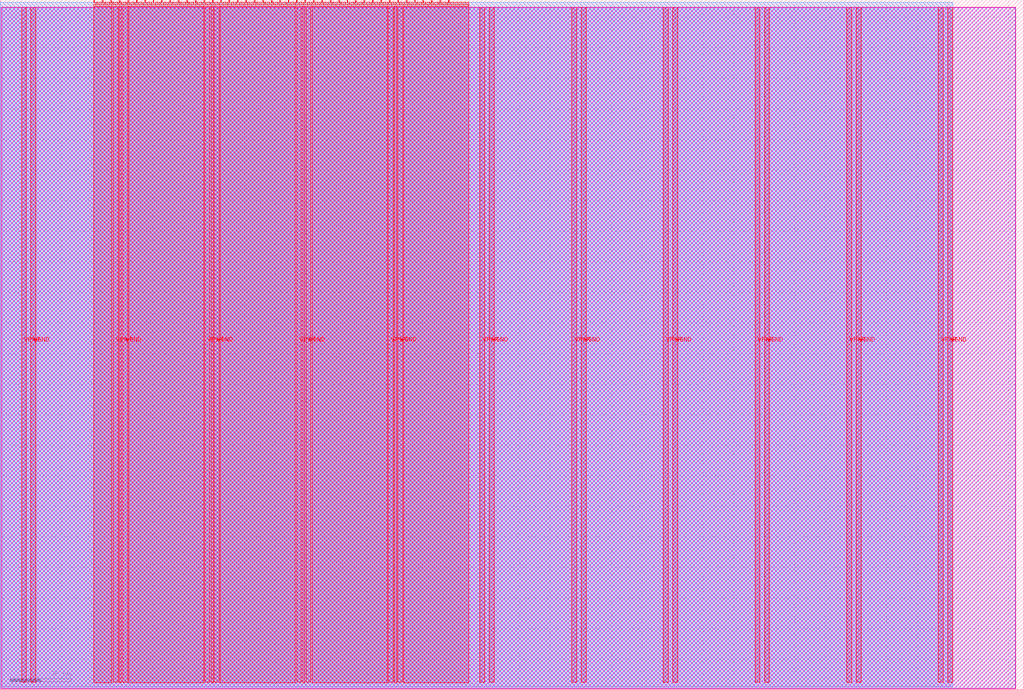
<source format=lef>
VERSION 5.7 ;
  NOWIREEXTENSIONATPIN ON ;
  DIVIDERCHAR "/" ;
  BUSBITCHARS "[]" ;
MACRO tt_um_tv_b_gone_rom
  CLASS BLOCK ;
  FOREIGN tt_um_tv_b_gone_rom ;
  ORIGIN 0.000 0.000 ;
  SIZE 334.880 BY 225.760 ;
  PIN VGND
    DIRECTION INOUT ;
    USE GROUND ;
    PORT
      LAYER met4 ;
        RECT 10.060 2.480 11.660 223.280 ;
    END
    PORT
      LAYER met4 ;
        RECT 40.060 2.480 41.660 223.280 ;
    END
    PORT
      LAYER met4 ;
        RECT 70.060 2.480 71.660 223.280 ;
    END
    PORT
      LAYER met4 ;
        RECT 100.060 2.480 101.660 223.280 ;
    END
    PORT
      LAYER met4 ;
        RECT 130.060 2.480 131.660 223.280 ;
    END
    PORT
      LAYER met4 ;
        RECT 160.060 2.480 161.660 223.280 ;
    END
    PORT
      LAYER met4 ;
        RECT 190.060 2.480 191.660 223.280 ;
    END
    PORT
      LAYER met4 ;
        RECT 220.060 2.480 221.660 223.280 ;
    END
    PORT
      LAYER met4 ;
        RECT 250.060 2.480 251.660 223.280 ;
    END
    PORT
      LAYER met4 ;
        RECT 280.060 2.480 281.660 223.280 ;
    END
    PORT
      LAYER met4 ;
        RECT 310.060 2.480 311.660 223.280 ;
    END
  END VGND
  PIN VPWR
    DIRECTION INOUT ;
    USE POWER ;
    PORT
      LAYER met4 ;
        RECT 6.960 2.480 8.560 223.280 ;
    END
    PORT
      LAYER met4 ;
        RECT 36.960 2.480 38.560 223.280 ;
    END
    PORT
      LAYER met4 ;
        RECT 66.960 2.480 68.560 223.280 ;
    END
    PORT
      LAYER met4 ;
        RECT 96.960 2.480 98.560 223.280 ;
    END
    PORT
      LAYER met4 ;
        RECT 126.960 2.480 128.560 223.280 ;
    END
    PORT
      LAYER met4 ;
        RECT 156.960 2.480 158.560 223.280 ;
    END
    PORT
      LAYER met4 ;
        RECT 186.960 2.480 188.560 223.280 ;
    END
    PORT
      LAYER met4 ;
        RECT 216.960 2.480 218.560 223.280 ;
    END
    PORT
      LAYER met4 ;
        RECT 246.960 2.480 248.560 223.280 ;
    END
    PORT
      LAYER met4 ;
        RECT 276.960 2.480 278.560 223.280 ;
    END
    PORT
      LAYER met4 ;
        RECT 306.960 2.480 308.560 223.280 ;
    END
  END VPWR
  PIN clk
    DIRECTION INPUT ;
    USE SIGNAL ;
    ANTENNAGATEAREA 0.852000 ;
    PORT
      LAYER met4 ;
        RECT 143.830 224.760 144.130 225.760 ;
    END
  END clk
  PIN ena
    DIRECTION INPUT ;
    USE SIGNAL ;
    PORT
      LAYER met4 ;
        RECT 146.590 224.760 146.890 225.760 ;
    END
  END ena
  PIN rst_n
    DIRECTION INPUT ;
    USE SIGNAL ;
    ANTENNAGATEAREA 0.196500 ;
    PORT
      LAYER met4 ;
        RECT 141.070 224.760 141.370 225.760 ;
    END
  END rst_n
  PIN ui_in[0]
    DIRECTION INPUT ;
    USE SIGNAL ;
    ANTENNAGATEAREA 0.196500 ;
    PORT
      LAYER met4 ;
        RECT 138.310 224.760 138.610 225.760 ;
    END
  END ui_in[0]
  PIN ui_in[1]
    DIRECTION INPUT ;
    USE SIGNAL ;
    ANTENNAGATEAREA 0.196500 ;
    PORT
      LAYER met4 ;
        RECT 135.550 224.760 135.850 225.760 ;
    END
  END ui_in[1]
  PIN ui_in[2]
    DIRECTION INPUT ;
    USE SIGNAL ;
    PORT
      LAYER met4 ;
        RECT 132.790 224.760 133.090 225.760 ;
    END
  END ui_in[2]
  PIN ui_in[3]
    DIRECTION INPUT ;
    USE SIGNAL ;
    PORT
      LAYER met4 ;
        RECT 130.030 224.760 130.330 225.760 ;
    END
  END ui_in[3]
  PIN ui_in[4]
    DIRECTION INPUT ;
    USE SIGNAL ;
    ANTENNAGATEAREA 0.213000 ;
    PORT
      LAYER met4 ;
        RECT 127.270 224.760 127.570 225.760 ;
    END
  END ui_in[4]
  PIN ui_in[5]
    DIRECTION INPUT ;
    USE SIGNAL ;
    ANTENNAGATEAREA 0.213000 ;
    PORT
      LAYER met4 ;
        RECT 124.510 224.760 124.810 225.760 ;
    END
  END ui_in[5]
  PIN ui_in[6]
    DIRECTION INPUT ;
    USE SIGNAL ;
    ANTENNAGATEAREA 0.159000 ;
    PORT
      LAYER met4 ;
        RECT 121.750 224.760 122.050 225.760 ;
    END
  END ui_in[6]
  PIN ui_in[7]
    DIRECTION INPUT ;
    USE SIGNAL ;
    ANTENNAGATEAREA 0.159000 ;
    PORT
      LAYER met4 ;
        RECT 118.990 224.760 119.290 225.760 ;
    END
  END ui_in[7]
  PIN uio_in[0]
    DIRECTION INPUT ;
    USE SIGNAL ;
    PORT
      LAYER met4 ;
        RECT 116.230 224.760 116.530 225.760 ;
    END
  END uio_in[0]
  PIN uio_in[1]
    DIRECTION INPUT ;
    USE SIGNAL ;
    PORT
      LAYER met4 ;
        RECT 113.470 224.760 113.770 225.760 ;
    END
  END uio_in[1]
  PIN uio_in[2]
    DIRECTION INPUT ;
    USE SIGNAL ;
    PORT
      LAYER met4 ;
        RECT 110.710 224.760 111.010 225.760 ;
    END
  END uio_in[2]
  PIN uio_in[3]
    DIRECTION INPUT ;
    USE SIGNAL ;
    PORT
      LAYER met4 ;
        RECT 107.950 224.760 108.250 225.760 ;
    END
  END uio_in[3]
  PIN uio_in[4]
    DIRECTION INPUT ;
    USE SIGNAL ;
    PORT
      LAYER met4 ;
        RECT 105.190 224.760 105.490 225.760 ;
    END
  END uio_in[4]
  PIN uio_in[5]
    DIRECTION INPUT ;
    USE SIGNAL ;
    PORT
      LAYER met4 ;
        RECT 102.430 224.760 102.730 225.760 ;
    END
  END uio_in[5]
  PIN uio_in[6]
    DIRECTION INPUT ;
    USE SIGNAL ;
    PORT
      LAYER met4 ;
        RECT 99.670 224.760 99.970 225.760 ;
    END
  END uio_in[6]
  PIN uio_in[7]
    DIRECTION INPUT ;
    USE SIGNAL ;
    PORT
      LAYER met4 ;
        RECT 96.910 224.760 97.210 225.760 ;
    END
  END uio_in[7]
  PIN uio_oe[0]
    DIRECTION OUTPUT ;
    USE SIGNAL ;
    PORT
      LAYER met4 ;
        RECT 49.990 224.760 50.290 225.760 ;
    END
  END uio_oe[0]
  PIN uio_oe[1]
    DIRECTION OUTPUT ;
    USE SIGNAL ;
    PORT
      LAYER met4 ;
        RECT 47.230 224.760 47.530 225.760 ;
    END
  END uio_oe[1]
  PIN uio_oe[2]
    DIRECTION OUTPUT ;
    USE SIGNAL ;
    PORT
      LAYER met4 ;
        RECT 44.470 224.760 44.770 225.760 ;
    END
  END uio_oe[2]
  PIN uio_oe[3]
    DIRECTION OUTPUT ;
    USE SIGNAL ;
    PORT
      LAYER met4 ;
        RECT 41.710 224.760 42.010 225.760 ;
    END
  END uio_oe[3]
  PIN uio_oe[4]
    DIRECTION OUTPUT ;
    USE SIGNAL ;
    PORT
      LAYER met4 ;
        RECT 38.950 224.760 39.250 225.760 ;
    END
  END uio_oe[4]
  PIN uio_oe[5]
    DIRECTION OUTPUT ;
    USE SIGNAL ;
    PORT
      LAYER met4 ;
        RECT 36.190 224.760 36.490 225.760 ;
    END
  END uio_oe[5]
  PIN uio_oe[6]
    DIRECTION OUTPUT ;
    USE SIGNAL ;
    PORT
      LAYER met4 ;
        RECT 33.430 224.760 33.730 225.760 ;
    END
  END uio_oe[6]
  PIN uio_oe[7]
    DIRECTION OUTPUT ;
    USE SIGNAL ;
    PORT
      LAYER met4 ;
        RECT 30.670 224.760 30.970 225.760 ;
    END
  END uio_oe[7]
  PIN uio_out[0]
    DIRECTION OUTPUT ;
    USE SIGNAL ;
    PORT
      LAYER met4 ;
        RECT 72.070 224.760 72.370 225.760 ;
    END
  END uio_out[0]
  PIN uio_out[1]
    DIRECTION OUTPUT ;
    USE SIGNAL ;
    PORT
      LAYER met4 ;
        RECT 69.310 224.760 69.610 225.760 ;
    END
  END uio_out[1]
  PIN uio_out[2]
    DIRECTION OUTPUT ;
    USE SIGNAL ;
    PORT
      LAYER met4 ;
        RECT 66.550 224.760 66.850 225.760 ;
    END
  END uio_out[2]
  PIN uio_out[3]
    DIRECTION OUTPUT ;
    USE SIGNAL ;
    PORT
      LAYER met4 ;
        RECT 63.790 224.760 64.090 225.760 ;
    END
  END uio_out[3]
  PIN uio_out[4]
    DIRECTION OUTPUT ;
    USE SIGNAL ;
    PORT
      LAYER met4 ;
        RECT 61.030 224.760 61.330 225.760 ;
    END
  END uio_out[4]
  PIN uio_out[5]
    DIRECTION OUTPUT ;
    USE SIGNAL ;
    PORT
      LAYER met4 ;
        RECT 58.270 224.760 58.570 225.760 ;
    END
  END uio_out[5]
  PIN uio_out[6]
    DIRECTION OUTPUT ;
    USE SIGNAL ;
    PORT
      LAYER met4 ;
        RECT 55.510 224.760 55.810 225.760 ;
    END
  END uio_out[6]
  PIN uio_out[7]
    DIRECTION OUTPUT ;
    USE SIGNAL ;
    PORT
      LAYER met4 ;
        RECT 52.750 224.760 53.050 225.760 ;
    END
  END uio_out[7]
  PIN uo_out[0]
    DIRECTION OUTPUT ;
    USE SIGNAL ;
    ANTENNADIFFAREA 0.445500 ;
    PORT
      LAYER met4 ;
        RECT 94.150 224.760 94.450 225.760 ;
    END
  END uo_out[0]
  PIN uo_out[1]
    DIRECTION OUTPUT ;
    USE SIGNAL ;
    ANTENNAGATEAREA 0.495000 ;
    ANTENNADIFFAREA 1.484000 ;
    PORT
      LAYER met4 ;
        RECT 91.390 224.760 91.690 225.760 ;
    END
  END uo_out[1]
  PIN uo_out[2]
    DIRECTION OUTPUT ;
    USE SIGNAL ;
    ANTENNADIFFAREA 1.593000 ;
    PORT
      LAYER met4 ;
        RECT 88.630 224.760 88.930 225.760 ;
    END
  END uo_out[2]
  PIN uo_out[3]
    DIRECTION OUTPUT ;
    USE SIGNAL ;
    ANTENNAGATEAREA 0.247500 ;
    ANTENNADIFFAREA 1.075200 ;
    PORT
      LAYER met4 ;
        RECT 85.870 224.760 86.170 225.760 ;
    END
  END uo_out[3]
  PIN uo_out[4]
    DIRECTION OUTPUT ;
    USE SIGNAL ;
    ANTENNADIFFAREA 0.795200 ;
    PORT
      LAYER met4 ;
        RECT 83.110 224.760 83.410 225.760 ;
    END
  END uo_out[4]
  PIN uo_out[5]
    DIRECTION OUTPUT ;
    USE SIGNAL ;
    ANTENNADIFFAREA 0.795200 ;
    PORT
      LAYER met4 ;
        RECT 80.350 224.760 80.650 225.760 ;
    END
  END uo_out[5]
  PIN uo_out[6]
    DIRECTION OUTPUT ;
    USE SIGNAL ;
    ANTENNADIFFAREA 0.445500 ;
    PORT
      LAYER met4 ;
        RECT 77.590 224.760 77.890 225.760 ;
    END
  END uo_out[6]
  PIN uo_out[7]
    DIRECTION OUTPUT ;
    USE SIGNAL ;
    ANTENNADIFFAREA 0.445500 ;
    PORT
      LAYER met4 ;
        RECT 74.830 224.760 75.130 225.760 ;
    END
  END uo_out[7]
  OBS
      LAYER nwell ;
        RECT 0.400 0.300 332.310 223.230 ;
      LAYER li1 ;
        RECT 0.585 0.420 332.120 223.125 ;
      LAYER met1 ;
        RECT 0.055 0.285 332.120 223.280 ;
      LAYER met2 ;
        RECT 0.055 1.025 311.630 224.925 ;
      LAYER met3 ;
        RECT 0.055 0.285 311.650 224.905 ;
      LAYER met4 ;
        RECT 31.370 224.360 33.030 224.905 ;
        RECT 34.130 224.360 35.790 224.905 ;
        RECT 36.890 224.360 38.550 224.905 ;
        RECT 39.650 224.360 41.310 224.905 ;
        RECT 42.410 224.360 44.070 224.905 ;
        RECT 45.170 224.360 46.830 224.905 ;
        RECT 47.930 224.360 49.590 224.905 ;
        RECT 50.690 224.360 52.350 224.905 ;
        RECT 53.450 224.360 55.110 224.905 ;
        RECT 56.210 224.360 57.870 224.905 ;
        RECT 58.970 224.360 60.630 224.905 ;
        RECT 61.730 224.360 63.390 224.905 ;
        RECT 64.490 224.360 66.150 224.905 ;
        RECT 67.250 224.360 68.910 224.905 ;
        RECT 70.010 224.360 71.670 224.905 ;
        RECT 72.770 224.360 74.430 224.905 ;
        RECT 75.530 224.360 77.190 224.905 ;
        RECT 78.290 224.360 79.950 224.905 ;
        RECT 81.050 224.360 82.710 224.905 ;
        RECT 83.810 224.360 85.470 224.905 ;
        RECT 86.570 224.360 88.230 224.905 ;
        RECT 89.330 224.360 90.990 224.905 ;
        RECT 92.090 224.360 93.750 224.905 ;
        RECT 94.850 224.360 96.510 224.905 ;
        RECT 97.610 224.360 99.270 224.905 ;
        RECT 100.370 224.360 102.030 224.905 ;
        RECT 103.130 224.360 104.790 224.905 ;
        RECT 105.890 224.360 107.550 224.905 ;
        RECT 108.650 224.360 110.310 224.905 ;
        RECT 111.410 224.360 113.070 224.905 ;
        RECT 114.170 224.360 115.830 224.905 ;
        RECT 116.930 224.360 118.590 224.905 ;
        RECT 119.690 224.360 121.350 224.905 ;
        RECT 122.450 224.360 124.110 224.905 ;
        RECT 125.210 224.360 126.870 224.905 ;
        RECT 127.970 224.360 129.630 224.905 ;
        RECT 130.730 224.360 132.390 224.905 ;
        RECT 133.490 224.360 135.150 224.905 ;
        RECT 136.250 224.360 137.910 224.905 ;
        RECT 139.010 224.360 140.670 224.905 ;
        RECT 141.770 224.360 143.430 224.905 ;
        RECT 144.530 224.360 146.190 224.905 ;
        RECT 147.290 224.360 153.345 224.905 ;
        RECT 30.655 223.680 153.345 224.360 ;
        RECT 30.655 2.215 36.560 223.680 ;
        RECT 38.960 2.215 39.660 223.680 ;
        RECT 42.060 2.215 66.560 223.680 ;
        RECT 68.960 2.215 69.660 223.680 ;
        RECT 72.060 2.215 96.560 223.680 ;
        RECT 98.960 2.215 99.660 223.680 ;
        RECT 102.060 2.215 126.560 223.680 ;
        RECT 128.960 2.215 129.660 223.680 ;
        RECT 132.060 2.215 153.345 223.680 ;
  END
END tt_um_tv_b_gone_rom
END LIBRARY


</source>
